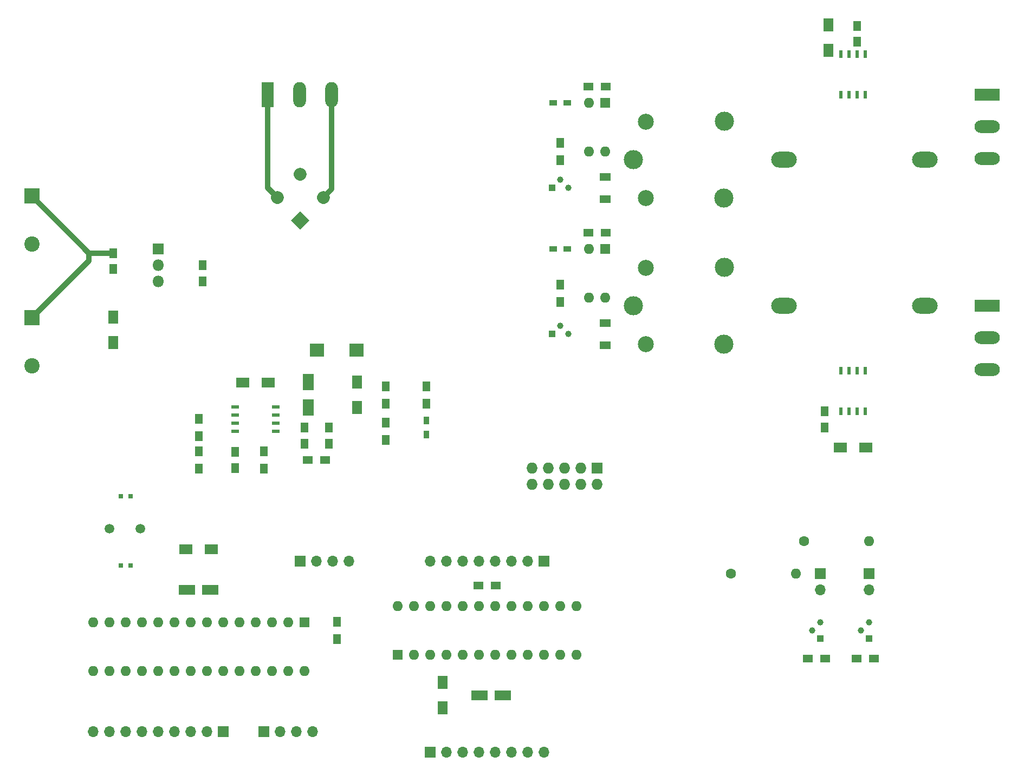
<source format=gbr>
G04 #@! TF.FileFunction,Copper,L1,Top,Signal*
%FSLAX46Y46*%
G04 Gerber Fmt 4.6, Leading zero omitted, Abs format (unit mm)*
G04 Created by KiCad (PCBNEW 4.0.7) date Mon Feb  5 18:43:38 2018*
%MOMM*%
%LPD*%
G01*
G04 APERTURE LIST*
%ADD10C,0.100000*%
%ADD11R,2.600000X1.600000*%
%ADD12R,0.800000X0.750000*%
%ADD13R,2.000000X1.600000*%
%ADD14R,2.400000X2.400000*%
%ADD15C,2.400000*%
%ADD16R,1.600000X2.000000*%
%ADD17R,1.250000X1.500000*%
%ADD18R,1.727200X1.727200*%
%ADD19O,1.727200X1.727200*%
%ADD20C,2.000000*%
%ADD21R,1.200000X0.900000*%
%ADD22R,1.800000X2.500000*%
%ADD23R,0.900000X1.200000*%
%ADD24R,1.700000X1.300000*%
%ADD25O,4.000000X2.500000*%
%ADD26R,1.980000X3.960000*%
%ADD27O,1.980000X3.960000*%
%ADD28R,1.700000X1.700000*%
%ADD29O,1.700000X1.700000*%
%ADD30C,2.500000*%
%ADD31C,3.000000*%
%ADD32R,2.200000X2.000000*%
%ADD33C,1.000000*%
%ADD34R,1.000000X1.000000*%
%ADD35R,1.300000X1.500000*%
%ADD36R,1.500000X1.300000*%
%ADD37C,1.600000*%
%ADD38O,1.600000X1.600000*%
%ADD39R,1.600000X1.600000*%
%ADD40R,1.143000X0.508000*%
%ADD41R,1.800000X1.800000*%
%ADD42O,1.800000X1.800000*%
%ADD43R,0.508000X1.143000*%
%ADD44C,1.500000*%
%ADD45R,3.960000X1.980000*%
%ADD46O,3.960000X1.980000*%
%ADD47C,0.812800*%
G04 APERTURE END LIST*
D10*
D11*
X98955000Y-132715000D03*
X95355000Y-132715000D03*
D12*
X84975000Y-118110000D03*
X86475000Y-118110000D03*
D13*
X99155000Y-126365000D03*
X95155000Y-126365000D03*
D12*
X86475000Y-128905000D03*
X84975000Y-128905000D03*
D14*
X71120000Y-90170000D03*
D15*
X71120000Y-97670000D03*
D14*
X71120000Y-71120000D03*
D15*
X71120000Y-78620000D03*
D16*
X83820000Y-90075000D03*
X83820000Y-94075000D03*
X135255000Y-151225000D03*
X135255000Y-147225000D03*
D13*
X108045000Y-100330000D03*
X104045000Y-100330000D03*
D11*
X141075000Y-149225000D03*
X144675000Y-149225000D03*
D17*
X102870000Y-111145000D03*
X102870000Y-113645000D03*
X117475000Y-107335000D03*
X117475000Y-109835000D03*
X113665000Y-107335000D03*
X113665000Y-109835000D03*
D16*
X121920000Y-100235000D03*
X121920000Y-104235000D03*
D17*
X83820000Y-80030000D03*
X83820000Y-82530000D03*
D13*
X201390000Y-110490000D03*
X197390000Y-110490000D03*
D16*
X195580000Y-48355000D03*
X195580000Y-44355000D03*
D17*
X200025000Y-46970000D03*
X200025000Y-44470000D03*
D18*
X159385000Y-113665000D03*
D19*
X159385000Y-116205000D03*
X156845000Y-113665000D03*
X156845000Y-116205000D03*
X154305000Y-113665000D03*
X154305000Y-116205000D03*
X151765000Y-113665000D03*
X151765000Y-116205000D03*
X149225000Y-113665000D03*
X149225000Y-116205000D03*
D20*
X109437898Y-71337898D02*
X109437898Y-71337898D01*
X116622102Y-71337898D02*
X116622102Y-71337898D01*
X113030000Y-67745795D02*
X113030000Y-67745795D01*
D10*
G36*
X114444214Y-74930000D02*
X113030000Y-76344214D01*
X111615786Y-74930000D01*
X113030000Y-73515786D01*
X114444214Y-74930000D01*
X114444214Y-74930000D01*
G37*
D21*
X152570000Y-79375000D03*
X154770000Y-79375000D03*
X152570000Y-56515000D03*
X154770000Y-56515000D03*
D22*
X114300000Y-100235000D03*
X114300000Y-104235000D03*
D23*
X132715000Y-106215000D03*
X132715000Y-108415000D03*
D24*
X160655000Y-90960000D03*
X160655000Y-94460000D03*
X160655000Y-68100000D03*
X160655000Y-71600000D03*
D25*
X210595000Y-88265000D03*
X188595000Y-88265000D03*
X210595000Y-65405000D03*
X188595000Y-65405000D03*
D26*
X107950000Y-55245000D03*
D27*
X112950000Y-55245000D03*
X117950000Y-55245000D03*
D28*
X133350000Y-158115000D03*
D29*
X135890000Y-158115000D03*
X138430000Y-158115000D03*
X140970000Y-158115000D03*
X143510000Y-158115000D03*
X146050000Y-158115000D03*
X148590000Y-158115000D03*
X151130000Y-158115000D03*
D28*
X151130000Y-128270000D03*
D29*
X148590000Y-128270000D03*
X146050000Y-128270000D03*
X143510000Y-128270000D03*
X140970000Y-128270000D03*
X138430000Y-128270000D03*
X135890000Y-128270000D03*
X133350000Y-128270000D03*
D28*
X107315000Y-154940000D03*
D29*
X109855000Y-154940000D03*
X112395000Y-154940000D03*
X114935000Y-154940000D03*
D28*
X113030000Y-128270000D03*
D29*
X115570000Y-128270000D03*
X118110000Y-128270000D03*
X120650000Y-128270000D03*
D28*
X100965000Y-154940000D03*
D29*
X98425000Y-154940000D03*
X95885000Y-154940000D03*
X93345000Y-154940000D03*
X90805000Y-154940000D03*
X88265000Y-154940000D03*
X85725000Y-154940000D03*
X83185000Y-154940000D03*
X80645000Y-154940000D03*
D30*
X167050000Y-94315000D03*
D31*
X179250000Y-94315000D03*
X179300000Y-82265000D03*
D30*
X167050000Y-82315000D03*
D31*
X165100000Y-88265000D03*
D30*
X167050000Y-71455000D03*
D31*
X179250000Y-71455000D03*
X179300000Y-59405000D03*
D30*
X167050000Y-59455000D03*
D31*
X165100000Y-65405000D03*
D32*
X115633730Y-95250000D03*
X121856270Y-95250000D03*
D28*
X201930000Y-130175000D03*
D29*
X201930000Y-132715000D03*
D28*
X194310000Y-130175000D03*
D29*
X194310000Y-132715000D03*
D33*
X153670000Y-91440000D03*
X154940000Y-92710000D03*
D34*
X152400000Y-92710000D03*
D33*
X153670000Y-68580000D03*
X154940000Y-69850000D03*
D34*
X152400000Y-69850000D03*
D33*
X200660000Y-139065000D03*
X201930000Y-137795000D03*
D34*
X201930000Y-140335000D03*
D33*
X193040000Y-139065000D03*
X194310000Y-137795000D03*
D34*
X194310000Y-140335000D03*
D35*
X118745000Y-140415000D03*
X118745000Y-137715000D03*
D36*
X140890000Y-132080000D03*
X143590000Y-132080000D03*
D35*
X97155000Y-105965000D03*
X97155000Y-108665000D03*
X97155000Y-111045000D03*
X97155000Y-113745000D03*
X107315000Y-111045000D03*
X107315000Y-113745000D03*
D36*
X158035000Y-76835000D03*
X160735000Y-76835000D03*
X158035000Y-53975000D03*
X160735000Y-53975000D03*
X114220000Y-112395000D03*
X116920000Y-112395000D03*
D35*
X153670000Y-85010000D03*
X153670000Y-87710000D03*
X153670000Y-62785000D03*
X153670000Y-65485000D03*
X126365000Y-100885000D03*
X126365000Y-103585000D03*
X126365000Y-106600000D03*
X126365000Y-109300000D03*
X132715000Y-100885000D03*
X132715000Y-103585000D03*
D37*
X191770000Y-125095000D03*
D38*
X201930000Y-125095000D03*
D36*
X199945000Y-143510000D03*
X202645000Y-143510000D03*
D37*
X180340000Y-130175000D03*
D38*
X190500000Y-130175000D03*
D36*
X192325000Y-143510000D03*
X195025000Y-143510000D03*
D39*
X113665000Y-137795000D03*
D38*
X80645000Y-145415000D03*
X111125000Y-137795000D03*
X83185000Y-145415000D03*
X108585000Y-137795000D03*
X85725000Y-145415000D03*
X106045000Y-137795000D03*
X88265000Y-145415000D03*
X103505000Y-137795000D03*
X90805000Y-145415000D03*
X100965000Y-137795000D03*
X93345000Y-145415000D03*
X98425000Y-137795000D03*
X95885000Y-145415000D03*
X95885000Y-137795000D03*
X98425000Y-145415000D03*
X93345000Y-137795000D03*
X100965000Y-145415000D03*
X90805000Y-137795000D03*
X103505000Y-145415000D03*
X88265000Y-137795000D03*
X106045000Y-145415000D03*
X85725000Y-137795000D03*
X108585000Y-145415000D03*
X83185000Y-137795000D03*
X111125000Y-145415000D03*
X80645000Y-137795000D03*
X113665000Y-145415000D03*
D39*
X128270000Y-142875000D03*
D38*
X156210000Y-135255000D03*
X130810000Y-142875000D03*
X153670000Y-135255000D03*
X133350000Y-142875000D03*
X151130000Y-135255000D03*
X135890000Y-142875000D03*
X148590000Y-135255000D03*
X138430000Y-142875000D03*
X146050000Y-135255000D03*
X140970000Y-142875000D03*
X143510000Y-135255000D03*
X143510000Y-142875000D03*
X140970000Y-135255000D03*
X146050000Y-142875000D03*
X138430000Y-135255000D03*
X148590000Y-142875000D03*
X135890000Y-135255000D03*
X151130000Y-142875000D03*
X133350000Y-135255000D03*
X153670000Y-142875000D03*
X130810000Y-135255000D03*
X156210000Y-142875000D03*
X128270000Y-135255000D03*
D40*
X109220000Y-104140000D03*
X109220000Y-105410000D03*
X109220000Y-106680000D03*
X109220000Y-107950000D03*
X102870000Y-107950000D03*
X102870000Y-106680000D03*
X102870000Y-105410000D03*
X102870000Y-104140000D03*
D39*
X160655000Y-79375000D03*
D38*
X158115000Y-86995000D03*
X158115000Y-79375000D03*
X160655000Y-86995000D03*
D39*
X160655000Y-56515000D03*
D38*
X158115000Y-64135000D03*
X158115000Y-56515000D03*
X160655000Y-64135000D03*
D41*
X90805000Y-79375000D03*
D42*
X90805000Y-81915000D03*
X90805000Y-84455000D03*
D43*
X201295000Y-104775000D03*
X200025000Y-104775000D03*
X198755000Y-104775000D03*
X197485000Y-104775000D03*
X197485000Y-98425000D03*
X198755000Y-98425000D03*
X200025000Y-98425000D03*
X201295000Y-98425000D03*
X197485000Y-48895000D03*
X198755000Y-48895000D03*
X200025000Y-48895000D03*
X201295000Y-48895000D03*
X201295000Y-55245000D03*
X200025000Y-55245000D03*
X198755000Y-55245000D03*
X197485000Y-55245000D03*
D44*
X83185000Y-123190000D03*
X88065000Y-123190000D03*
D17*
X97790000Y-84435000D03*
X97790000Y-81935000D03*
D45*
X220345000Y-88265000D03*
D46*
X220345000Y-93265000D03*
X220345000Y-98265000D03*
D45*
X220345000Y-55245000D03*
D46*
X220345000Y-60245000D03*
X220345000Y-65245000D03*
D17*
X194945000Y-107295000D03*
X194945000Y-104795000D03*
D47*
X80030000Y-80030000D02*
X80030000Y-81260000D01*
X80030000Y-81260000D02*
X71120000Y-90170000D01*
X83820000Y-80030000D02*
X80030000Y-80030000D01*
X80030000Y-80030000D02*
X71120000Y-71120000D01*
X83840000Y-80010000D02*
X83820000Y-80030000D01*
X117950000Y-55245000D02*
X117950000Y-70010000D01*
X117950000Y-70010000D02*
X116622102Y-71337898D01*
X107950000Y-55245000D02*
X107950000Y-69850000D01*
X107950000Y-69850000D02*
X109437898Y-71337898D01*
M02*

</source>
